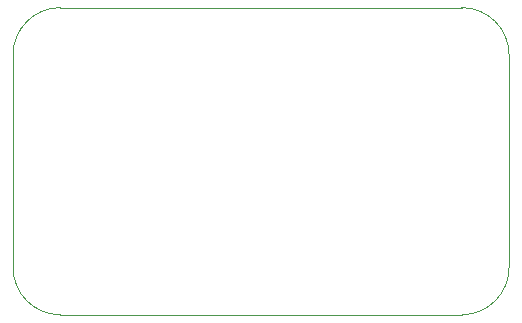
<source format=gm1>
G04 #@! TF.GenerationSoftware,KiCad,Pcbnew,(6.0.10)*
G04 #@! TF.CreationDate,2023-05-08T16:14:21+03:00*
G04 #@! TF.ProjectId,trinteract,7472696e-7465-4726-9163-742e6b696361,rev?*
G04 #@! TF.SameCoordinates,Original*
G04 #@! TF.FileFunction,Profile,NP*
%FSLAX46Y46*%
G04 Gerber Fmt 4.6, Leading zero omitted, Abs format (unit mm)*
G04 Created by KiCad (PCBNEW (6.0.10)) date 2023-05-08 16:14:21*
%MOMM*%
%LPD*%
G01*
G04 APERTURE LIST*
G04 #@! TA.AperFunction,Profile*
%ADD10C,0.100000*%
G04 #@! TD*
G04 APERTURE END LIST*
D10*
X125000000Y-88000000D02*
X159000000Y-88000000D01*
X163000000Y-92000000D02*
X163000000Y-110000000D01*
X159000000Y-114000000D02*
G75*
G03*
X163000000Y-110000000I0J4000000D01*
G01*
X121000000Y-92000000D02*
X121000000Y-110000000D01*
X163000000Y-92000000D02*
G75*
G03*
X159000000Y-88000000I-4000000J0D01*
G01*
X121000000Y-110000000D02*
G75*
G03*
X125000000Y-114000000I4000000J0D01*
G01*
X125000000Y-88000000D02*
G75*
G03*
X121000000Y-92000000I0J-4000000D01*
G01*
X125000000Y-114000000D02*
X159000000Y-114000000D01*
M02*

</source>
